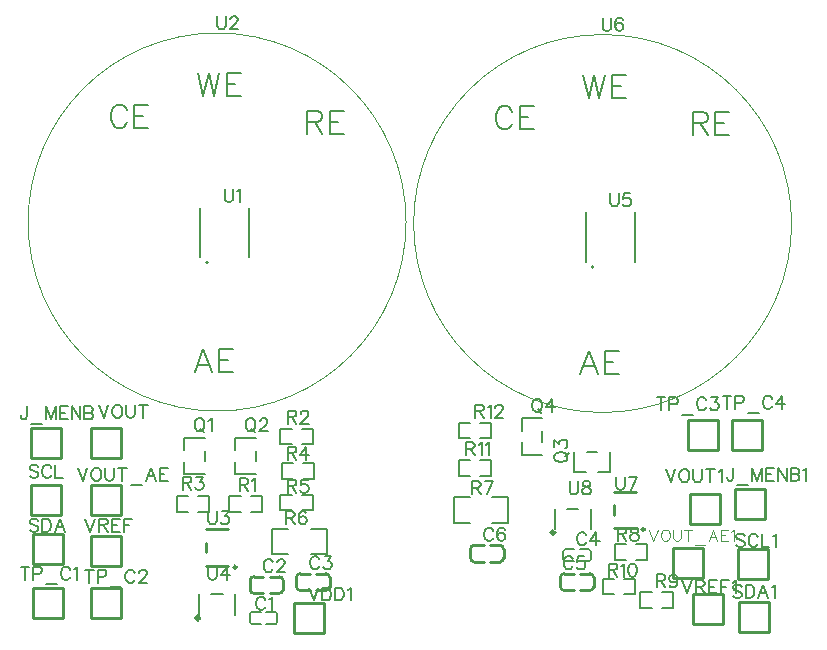
<source format=gto>
G04 Layer: TopSilkscreenLayer*
G04 EasyEDA v6.5.29, 2023-07-14 00:53:27*
G04 c58a546ca1a14cb0a5025686437682f6,398929e9e95146ce9e037ed163e1f376,10*
G04 Gerber Generator version 0.2*
G04 Scale: 100 percent, Rotated: No, Reflected: No *
G04 Dimensions in millimeters *
G04 leading zeros omitted , absolute positions ,4 integer and 5 decimal *
%FSLAX45Y45*%
%MOMM*%

%ADD10C,0.1524*%
%ADD11C,0.1000*%
%ADD12C,0.2032*%
%ADD13C,0.2540*%
%ADD14C,0.2000*%
%ADD15C,0.3000*%
%ADD16C,0.0177*%

%LPD*%
D10*
X2365253Y-5167505D02*
G01*
X2359919Y-5157091D01*
X2349505Y-5146677D01*
X2339345Y-5141597D01*
X2318517Y-5141597D01*
X2308103Y-5146677D01*
X2297689Y-5157091D01*
X2292355Y-5167505D01*
X2287275Y-5183253D01*
X2287275Y-5209161D01*
X2292355Y-5224655D01*
X2297689Y-5235069D01*
X2308103Y-5245483D01*
X2318517Y-5250563D01*
X2339345Y-5250563D01*
X2349505Y-5245483D01*
X2359919Y-5235069D01*
X2365253Y-5224655D01*
X2399543Y-5162425D02*
G01*
X2409957Y-5157091D01*
X2425451Y-5141597D01*
X2425451Y-5250563D01*
X5083053Y-4621405D02*
G01*
X5077719Y-4610991D01*
X5067305Y-4600577D01*
X5057145Y-4595497D01*
X5036317Y-4595497D01*
X5025903Y-4600577D01*
X5015489Y-4610991D01*
X5010155Y-4621405D01*
X5005075Y-4637153D01*
X5005075Y-4663061D01*
X5010155Y-4678555D01*
X5015489Y-4688969D01*
X5025903Y-4699383D01*
X5036317Y-4704463D01*
X5057145Y-4704463D01*
X5067305Y-4699383D01*
X5077719Y-4688969D01*
X5083053Y-4678555D01*
X5169159Y-4595497D02*
G01*
X5117343Y-4668141D01*
X5195321Y-4668141D01*
X5169159Y-4595497D02*
G01*
X5169159Y-4704463D01*
X2428753Y-4850005D02*
G01*
X2423419Y-4839591D01*
X2413005Y-4829177D01*
X2402845Y-4824097D01*
X2382017Y-4824097D01*
X2371603Y-4829177D01*
X2361189Y-4839591D01*
X2355855Y-4850005D01*
X2350775Y-4865753D01*
X2350775Y-4891661D01*
X2355855Y-4907155D01*
X2361189Y-4917569D01*
X2371603Y-4927983D01*
X2382017Y-4933063D01*
X2402845Y-4933063D01*
X2413005Y-4927983D01*
X2423419Y-4917569D01*
X2428753Y-4907155D01*
X2468123Y-4850005D02*
G01*
X2468123Y-4844925D01*
X2473457Y-4834511D01*
X2478537Y-4829177D01*
X2488951Y-4824097D01*
X2509779Y-4824097D01*
X2520193Y-4829177D01*
X2525273Y-4834511D01*
X2530607Y-4844925D01*
X2530607Y-4855339D01*
X2525273Y-4865753D01*
X2514859Y-4881247D01*
X2463043Y-4933063D01*
X2535687Y-4933063D01*
X2822453Y-4824605D02*
G01*
X2817119Y-4814191D01*
X2806705Y-4803777D01*
X2796545Y-4798697D01*
X2775717Y-4798697D01*
X2765303Y-4803777D01*
X2754889Y-4814191D01*
X2749555Y-4824605D01*
X2744475Y-4840353D01*
X2744475Y-4866261D01*
X2749555Y-4881755D01*
X2754889Y-4892169D01*
X2765303Y-4902583D01*
X2775717Y-4907663D01*
X2796545Y-4907663D01*
X2806705Y-4902583D01*
X2817119Y-4892169D01*
X2822453Y-4881755D01*
X2867157Y-4798697D02*
G01*
X2924307Y-4798697D01*
X2893065Y-4840353D01*
X2908559Y-4840353D01*
X2918973Y-4845433D01*
X2924307Y-4850513D01*
X2929387Y-4866261D01*
X2929387Y-4876675D01*
X2924307Y-4892169D01*
X2913893Y-4902583D01*
X2898145Y-4907663D01*
X2882651Y-4907663D01*
X2867157Y-4902583D01*
X2861823Y-4897503D01*
X2856743Y-4887089D01*
X4968753Y-4824605D02*
G01*
X4963419Y-4814191D01*
X4953005Y-4803777D01*
X4942845Y-4798697D01*
X4922017Y-4798697D01*
X4911603Y-4803777D01*
X4901189Y-4814191D01*
X4895855Y-4824605D01*
X4890775Y-4840353D01*
X4890775Y-4866261D01*
X4895855Y-4881755D01*
X4901189Y-4892169D01*
X4911603Y-4902583D01*
X4922017Y-4907663D01*
X4942845Y-4907663D01*
X4953005Y-4902583D01*
X4963419Y-4892169D01*
X4968753Y-4881755D01*
X5065273Y-4798697D02*
G01*
X5013457Y-4798697D01*
X5008123Y-4845433D01*
X5013457Y-4840353D01*
X5028951Y-4835019D01*
X5044445Y-4835019D01*
X5060193Y-4840353D01*
X5070607Y-4850513D01*
X5075687Y-4866261D01*
X5075687Y-4876675D01*
X5070607Y-4892169D01*
X5060193Y-4902583D01*
X5044445Y-4907663D01*
X5028951Y-4907663D01*
X5013457Y-4902583D01*
X5008123Y-4897503D01*
X5003043Y-4887089D01*
X4295653Y-4583305D02*
G01*
X4290319Y-4572891D01*
X4279905Y-4562477D01*
X4269745Y-4557397D01*
X4248917Y-4557397D01*
X4238503Y-4562477D01*
X4228089Y-4572891D01*
X4222755Y-4583305D01*
X4217675Y-4599053D01*
X4217675Y-4624961D01*
X4222755Y-4640455D01*
X4228089Y-4650869D01*
X4238503Y-4661283D01*
X4248917Y-4666363D01*
X4269745Y-4666363D01*
X4279905Y-4661283D01*
X4290319Y-4650869D01*
X4295653Y-4640455D01*
X4392173Y-4572891D02*
G01*
X4387093Y-4562477D01*
X4371345Y-4557397D01*
X4361185Y-4557397D01*
X4345437Y-4562477D01*
X4335023Y-4578225D01*
X4329943Y-4604133D01*
X4329943Y-4630041D01*
X4335023Y-4650869D01*
X4345437Y-4661283D01*
X4361185Y-4666363D01*
X4366265Y-4666363D01*
X4381759Y-4661283D01*
X4392173Y-4650869D01*
X4397507Y-4635375D01*
X4397507Y-4630041D01*
X4392173Y-4614547D01*
X4381759Y-4604133D01*
X4366265Y-4599053D01*
X4361185Y-4599053D01*
X4345437Y-4604133D01*
X4335023Y-4614547D01*
X4329943Y-4630041D01*
X345445Y-3528697D02*
G01*
X345445Y-3611755D01*
X340111Y-3627503D01*
X335031Y-3632583D01*
X324617Y-3637663D01*
X314203Y-3637663D01*
X303789Y-3632583D01*
X298455Y-3627503D01*
X293375Y-3611755D01*
X293375Y-3601341D01*
X379735Y-3674239D02*
G01*
X473207Y-3674239D01*
X507497Y-3528697D02*
G01*
X507497Y-3637663D01*
X507497Y-3528697D02*
G01*
X548899Y-3637663D01*
X590555Y-3528697D02*
G01*
X548899Y-3637663D01*
X590555Y-3528697D02*
G01*
X590555Y-3637663D01*
X624845Y-3528697D02*
G01*
X624845Y-3637663D01*
X624845Y-3528697D02*
G01*
X692409Y-3528697D01*
X624845Y-3580513D02*
G01*
X666501Y-3580513D01*
X624845Y-3637663D02*
G01*
X692409Y-3637663D01*
X726699Y-3528697D02*
G01*
X726699Y-3637663D01*
X726699Y-3528697D02*
G01*
X799343Y-3637663D01*
X799343Y-3528697D02*
G01*
X799343Y-3637663D01*
X833633Y-3528697D02*
G01*
X833633Y-3637663D01*
X833633Y-3528697D02*
G01*
X880369Y-3528697D01*
X896117Y-3533777D01*
X901197Y-3539111D01*
X906531Y-3549525D01*
X906531Y-3559939D01*
X901197Y-3570353D01*
X896117Y-3575433D01*
X880369Y-3580513D01*
X833633Y-3580513D02*
G01*
X880369Y-3580513D01*
X896117Y-3585847D01*
X901197Y-3590927D01*
X906531Y-3601341D01*
X906531Y-3617089D01*
X901197Y-3627503D01*
X896117Y-3632583D01*
X880369Y-3637663D01*
X833633Y-3637663D01*
X6325875Y-4050286D02*
G01*
X6325875Y-4133344D01*
X6320541Y-4149092D01*
X6315461Y-4154172D01*
X6305047Y-4159252D01*
X6294633Y-4159252D01*
X6284219Y-4154172D01*
X6278885Y-4149092D01*
X6273805Y-4133344D01*
X6273805Y-4122930D01*
X6360165Y-4195828D02*
G01*
X6453637Y-4195828D01*
X6487927Y-4050286D02*
G01*
X6487927Y-4159252D01*
X6487927Y-4050286D02*
G01*
X6529329Y-4159252D01*
X6570985Y-4050286D02*
G01*
X6529329Y-4159252D01*
X6570985Y-4050286D02*
G01*
X6570985Y-4159252D01*
X6605275Y-4050286D02*
G01*
X6605275Y-4159252D01*
X6605275Y-4050286D02*
G01*
X6672839Y-4050286D01*
X6605275Y-4102102D02*
G01*
X6646931Y-4102102D01*
X6605275Y-4159252D02*
G01*
X6672839Y-4159252D01*
X6707129Y-4050286D02*
G01*
X6707129Y-4159252D01*
X6707129Y-4050286D02*
G01*
X6779773Y-4159252D01*
X6779773Y-4050286D02*
G01*
X6779773Y-4159252D01*
X6814063Y-4050286D02*
G01*
X6814063Y-4159252D01*
X6814063Y-4050286D02*
G01*
X6860799Y-4050286D01*
X6876547Y-4055366D01*
X6881627Y-4060700D01*
X6886961Y-4071114D01*
X6886961Y-4081528D01*
X6881627Y-4091942D01*
X6876547Y-4097022D01*
X6860799Y-4102102D01*
X6814063Y-4102102D02*
G01*
X6860799Y-4102102D01*
X6876547Y-4107436D01*
X6881627Y-4112516D01*
X6886961Y-4122930D01*
X6886961Y-4138678D01*
X6881627Y-4149092D01*
X6876547Y-4154172D01*
X6860799Y-4159252D01*
X6814063Y-4159252D01*
X6921251Y-4071114D02*
G01*
X6931665Y-4065780D01*
X6947159Y-4050286D01*
X6947159Y-4159252D01*
X442219Y-4039491D02*
G01*
X431805Y-4029077D01*
X416311Y-4023997D01*
X395483Y-4023997D01*
X379989Y-4029077D01*
X369575Y-4039491D01*
X369575Y-4049905D01*
X374655Y-4060319D01*
X379989Y-4065653D01*
X390403Y-4070733D01*
X421645Y-4081147D01*
X431805Y-4086227D01*
X437139Y-4091561D01*
X442219Y-4101975D01*
X442219Y-4117469D01*
X431805Y-4127883D01*
X416311Y-4132963D01*
X395483Y-4132963D01*
X379989Y-4127883D01*
X369575Y-4117469D01*
X554487Y-4049905D02*
G01*
X549407Y-4039491D01*
X538993Y-4029077D01*
X528579Y-4023997D01*
X507751Y-4023997D01*
X497337Y-4029077D01*
X486923Y-4039491D01*
X481843Y-4049905D01*
X476509Y-4065653D01*
X476509Y-4091561D01*
X481843Y-4107055D01*
X486923Y-4117469D01*
X497337Y-4127883D01*
X507751Y-4132963D01*
X528579Y-4132963D01*
X538993Y-4127883D01*
X549407Y-4117469D01*
X554487Y-4107055D01*
X588777Y-4023997D02*
G01*
X588777Y-4132963D01*
X588777Y-4132963D02*
G01*
X651261Y-4132963D01*
X6423919Y-4623691D02*
G01*
X6413505Y-4613277D01*
X6398011Y-4608197D01*
X6377183Y-4608197D01*
X6361689Y-4613277D01*
X6351275Y-4623691D01*
X6351275Y-4634105D01*
X6356355Y-4644519D01*
X6361689Y-4649853D01*
X6372103Y-4654933D01*
X6403345Y-4665347D01*
X6413505Y-4670427D01*
X6418839Y-4675761D01*
X6423919Y-4686175D01*
X6423919Y-4701669D01*
X6413505Y-4712083D01*
X6398011Y-4717163D01*
X6377183Y-4717163D01*
X6361689Y-4712083D01*
X6351275Y-4701669D01*
X6536187Y-4634105D02*
G01*
X6531107Y-4623691D01*
X6520693Y-4613277D01*
X6510279Y-4608197D01*
X6489451Y-4608197D01*
X6479037Y-4613277D01*
X6468623Y-4623691D01*
X6463543Y-4634105D01*
X6458209Y-4649853D01*
X6458209Y-4675761D01*
X6463543Y-4691255D01*
X6468623Y-4701669D01*
X6479037Y-4712083D01*
X6489451Y-4717163D01*
X6510279Y-4717163D01*
X6520693Y-4712083D01*
X6531107Y-4701669D01*
X6536187Y-4691255D01*
X6570477Y-4608197D02*
G01*
X6570477Y-4717163D01*
X6570477Y-4717163D02*
G01*
X6632961Y-4717163D01*
X6667251Y-4629025D02*
G01*
X6677665Y-4623691D01*
X6693159Y-4608197D01*
X6693159Y-4717163D01*
X442219Y-4496691D02*
G01*
X431805Y-4486277D01*
X416311Y-4481197D01*
X395483Y-4481197D01*
X379989Y-4486277D01*
X369575Y-4496691D01*
X369575Y-4507105D01*
X374655Y-4517519D01*
X379989Y-4522853D01*
X390403Y-4527933D01*
X421645Y-4538347D01*
X431805Y-4543427D01*
X437139Y-4548761D01*
X442219Y-4559175D01*
X442219Y-4574669D01*
X431805Y-4585083D01*
X416311Y-4590163D01*
X395483Y-4590163D01*
X379989Y-4585083D01*
X369575Y-4574669D01*
X476509Y-4481197D02*
G01*
X476509Y-4590163D01*
X476509Y-4481197D02*
G01*
X513085Y-4481197D01*
X528579Y-4486277D01*
X538993Y-4496691D01*
X544073Y-4507105D01*
X549407Y-4522853D01*
X549407Y-4548761D01*
X544073Y-4564255D01*
X538993Y-4574669D01*
X528579Y-4585083D01*
X513085Y-4590163D01*
X476509Y-4590163D01*
X625099Y-4481197D02*
G01*
X583697Y-4590163D01*
X625099Y-4481197D02*
G01*
X666755Y-4590163D01*
X599191Y-4553841D02*
G01*
X651261Y-4553841D01*
X6398519Y-5055491D02*
G01*
X6388105Y-5045077D01*
X6372611Y-5039997D01*
X6351783Y-5039997D01*
X6336289Y-5045077D01*
X6325875Y-5055491D01*
X6325875Y-5065905D01*
X6330955Y-5076319D01*
X6336289Y-5081653D01*
X6346703Y-5086733D01*
X6377945Y-5097147D01*
X6388105Y-5102227D01*
X6393439Y-5107561D01*
X6398519Y-5117975D01*
X6398519Y-5133469D01*
X6388105Y-5143883D01*
X6372611Y-5148963D01*
X6351783Y-5148963D01*
X6336289Y-5143883D01*
X6325875Y-5133469D01*
X6432809Y-5039997D02*
G01*
X6432809Y-5148963D01*
X6432809Y-5039997D02*
G01*
X6469385Y-5039997D01*
X6484879Y-5045077D01*
X6495293Y-5055491D01*
X6500373Y-5065905D01*
X6505707Y-5081653D01*
X6505707Y-5107561D01*
X6500373Y-5123055D01*
X6495293Y-5133469D01*
X6484879Y-5143883D01*
X6469385Y-5148963D01*
X6432809Y-5148963D01*
X6581399Y-5039997D02*
G01*
X6539997Y-5148963D01*
X6581399Y-5039997D02*
G01*
X6623055Y-5148963D01*
X6555491Y-5112641D02*
G01*
X6607561Y-5112641D01*
X6657345Y-5060825D02*
G01*
X6667759Y-5055491D01*
X6683253Y-5039997D01*
X6683253Y-5148963D01*
X329697Y-4887597D02*
G01*
X329697Y-4996563D01*
X293375Y-4887597D02*
G01*
X366019Y-4887597D01*
X400309Y-4887597D02*
G01*
X400309Y-4996563D01*
X400309Y-4887597D02*
G01*
X447045Y-4887597D01*
X462793Y-4892677D01*
X467873Y-4898011D01*
X473207Y-4908425D01*
X473207Y-4923919D01*
X467873Y-4934333D01*
X462793Y-4939413D01*
X447045Y-4944747D01*
X400309Y-4944747D01*
X507497Y-5033139D02*
G01*
X600969Y-5033139D01*
X713237Y-4913505D02*
G01*
X707903Y-4903091D01*
X697489Y-4892677D01*
X687075Y-4887597D01*
X666501Y-4887597D01*
X656087Y-4892677D01*
X645673Y-4903091D01*
X640339Y-4913505D01*
X635259Y-4929253D01*
X635259Y-4955161D01*
X640339Y-4970655D01*
X645673Y-4981069D01*
X656087Y-4991483D01*
X666501Y-4996563D01*
X687075Y-4996563D01*
X697489Y-4991483D01*
X707903Y-4981069D01*
X713237Y-4970655D01*
X747527Y-4908425D02*
G01*
X757941Y-4903091D01*
X773435Y-4887597D01*
X773435Y-4996563D01*
X875797Y-4912997D02*
G01*
X875797Y-5021963D01*
X839475Y-4912997D02*
G01*
X912119Y-4912997D01*
X946409Y-4912997D02*
G01*
X946409Y-5021963D01*
X946409Y-4912997D02*
G01*
X993145Y-4912997D01*
X1008893Y-4918077D01*
X1013973Y-4923411D01*
X1019307Y-4933825D01*
X1019307Y-4949319D01*
X1013973Y-4959733D01*
X1008893Y-4964813D01*
X993145Y-4970147D01*
X946409Y-4970147D01*
X1053597Y-5058539D02*
G01*
X1147069Y-5058539D01*
X1259337Y-4938905D02*
G01*
X1254003Y-4928491D01*
X1243589Y-4918077D01*
X1233175Y-4912997D01*
X1212601Y-4912997D01*
X1202187Y-4918077D01*
X1191773Y-4928491D01*
X1186439Y-4938905D01*
X1181359Y-4954653D01*
X1181359Y-4980561D01*
X1186439Y-4996055D01*
X1191773Y-5006469D01*
X1202187Y-5016883D01*
X1212601Y-5021963D01*
X1233175Y-5021963D01*
X1243589Y-5016883D01*
X1254003Y-5006469D01*
X1259337Y-4996055D01*
X1298707Y-4938905D02*
G01*
X1298707Y-4933825D01*
X1304041Y-4923411D01*
X1309121Y-4918077D01*
X1319535Y-4912997D01*
X1340363Y-4912997D01*
X1350777Y-4918077D01*
X1355857Y-4923411D01*
X1361191Y-4933825D01*
X1361191Y-4944239D01*
X1355857Y-4954653D01*
X1345443Y-4970147D01*
X1293627Y-5021963D01*
X1366271Y-5021963D01*
X5714497Y-3452497D02*
G01*
X5714497Y-3561463D01*
X5678175Y-3452497D02*
G01*
X5750819Y-3452497D01*
X5785109Y-3452497D02*
G01*
X5785109Y-3561463D01*
X5785109Y-3452497D02*
G01*
X5831845Y-3452497D01*
X5847593Y-3457577D01*
X5852673Y-3462911D01*
X5858007Y-3473325D01*
X5858007Y-3488819D01*
X5852673Y-3499233D01*
X5847593Y-3504313D01*
X5831845Y-3509647D01*
X5785109Y-3509647D01*
X5892297Y-3598039D02*
G01*
X5985769Y-3598039D01*
X6098037Y-3478405D02*
G01*
X6092703Y-3467991D01*
X6082289Y-3457577D01*
X6071875Y-3452497D01*
X6051301Y-3452497D01*
X6040887Y-3457577D01*
X6030473Y-3467991D01*
X6025139Y-3478405D01*
X6020059Y-3494153D01*
X6020059Y-3520061D01*
X6025139Y-3535555D01*
X6030473Y-3545969D01*
X6040887Y-3556383D01*
X6051301Y-3561463D01*
X6071875Y-3561463D01*
X6082289Y-3556383D01*
X6092703Y-3545969D01*
X6098037Y-3535555D01*
X6142741Y-3452497D02*
G01*
X6199891Y-3452497D01*
X6168649Y-3494153D01*
X6184143Y-3494153D01*
X6194557Y-3499233D01*
X6199891Y-3504313D01*
X6204971Y-3520061D01*
X6204971Y-3530475D01*
X6199891Y-3545969D01*
X6189477Y-3556383D01*
X6173729Y-3561463D01*
X6158235Y-3561463D01*
X6142741Y-3556383D01*
X6137407Y-3551303D01*
X6132327Y-3540889D01*
X6273297Y-3439797D02*
G01*
X6273297Y-3548763D01*
X6236975Y-3439797D02*
G01*
X6309619Y-3439797D01*
X6343909Y-3439797D02*
G01*
X6343909Y-3548763D01*
X6343909Y-3439797D02*
G01*
X6390645Y-3439797D01*
X6406393Y-3444877D01*
X6411473Y-3450211D01*
X6416807Y-3460625D01*
X6416807Y-3476119D01*
X6411473Y-3486533D01*
X6406393Y-3491613D01*
X6390645Y-3496947D01*
X6343909Y-3496947D01*
X6451097Y-3585339D02*
G01*
X6544569Y-3585339D01*
X6656837Y-3465705D02*
G01*
X6651503Y-3455291D01*
X6641089Y-3444877D01*
X6630675Y-3439797D01*
X6610101Y-3439797D01*
X6599687Y-3444877D01*
X6589273Y-3455291D01*
X6583939Y-3465705D01*
X6578859Y-3481453D01*
X6578859Y-3507361D01*
X6583939Y-3522855D01*
X6589273Y-3533269D01*
X6599687Y-3543683D01*
X6610101Y-3548763D01*
X6630675Y-3548763D01*
X6641089Y-3543683D01*
X6651503Y-3533269D01*
X6656837Y-3522855D01*
X6742943Y-3439797D02*
G01*
X6691127Y-3512441D01*
X6769105Y-3512441D01*
X6742943Y-3439797D02*
G01*
X6742943Y-3548763D01*
X2731775Y-5062857D02*
G01*
X2773431Y-5171823D01*
X2814833Y-5062857D02*
G01*
X2773431Y-5171823D01*
X2849123Y-5062857D02*
G01*
X2849123Y-5171823D01*
X2849123Y-5062857D02*
G01*
X2885445Y-5062857D01*
X2901193Y-5067937D01*
X2911607Y-5078351D01*
X2916687Y-5088765D01*
X2922021Y-5104513D01*
X2922021Y-5130421D01*
X2916687Y-5145915D01*
X2911607Y-5156329D01*
X2901193Y-5166743D01*
X2885445Y-5171823D01*
X2849123Y-5171823D01*
X2956311Y-5062857D02*
G01*
X2956311Y-5171823D01*
X2956311Y-5062857D02*
G01*
X2992633Y-5062857D01*
X3008127Y-5067937D01*
X3018541Y-5078351D01*
X3023875Y-5088765D01*
X3028955Y-5104513D01*
X3028955Y-5130421D01*
X3023875Y-5145915D01*
X3018541Y-5156329D01*
X3008127Y-5166743D01*
X2992633Y-5171823D01*
X2956311Y-5171823D01*
X3063245Y-5083685D02*
G01*
X3073659Y-5078351D01*
X3089153Y-5062857D01*
X3089153Y-5171823D01*
X953775Y-3515997D02*
G01*
X995431Y-3624963D01*
X1036833Y-3515997D02*
G01*
X995431Y-3624963D01*
X1102365Y-3515997D02*
G01*
X1091951Y-3521077D01*
X1081537Y-3531491D01*
X1076457Y-3541905D01*
X1071123Y-3557653D01*
X1071123Y-3583561D01*
X1076457Y-3599055D01*
X1081537Y-3609469D01*
X1091951Y-3619883D01*
X1102365Y-3624963D01*
X1123193Y-3624963D01*
X1133607Y-3619883D01*
X1144021Y-3609469D01*
X1149101Y-3599055D01*
X1154435Y-3583561D01*
X1154435Y-3557653D01*
X1149101Y-3541905D01*
X1144021Y-3531491D01*
X1133607Y-3521077D01*
X1123193Y-3515997D01*
X1102365Y-3515997D01*
X1188725Y-3515997D02*
G01*
X1188725Y-3593975D01*
X1193805Y-3609469D01*
X1204219Y-3619883D01*
X1219713Y-3624963D01*
X1230127Y-3624963D01*
X1245875Y-3619883D01*
X1256035Y-3609469D01*
X1261369Y-3593975D01*
X1261369Y-3515997D01*
X1331981Y-3515997D02*
G01*
X1331981Y-3624963D01*
X1295659Y-3515997D02*
G01*
X1368303Y-3515997D01*
X5754375Y-4062097D02*
G01*
X5796031Y-4171063D01*
X5837433Y-4062097D02*
G01*
X5796031Y-4171063D01*
X5902965Y-4062097D02*
G01*
X5892551Y-4067177D01*
X5882137Y-4077591D01*
X5877057Y-4088005D01*
X5871723Y-4103753D01*
X5871723Y-4129661D01*
X5877057Y-4145155D01*
X5882137Y-4155569D01*
X5892551Y-4165983D01*
X5902965Y-4171063D01*
X5923793Y-4171063D01*
X5934207Y-4165983D01*
X5944621Y-4155569D01*
X5949701Y-4145155D01*
X5955035Y-4129661D01*
X5955035Y-4103753D01*
X5949701Y-4088005D01*
X5944621Y-4077591D01*
X5934207Y-4067177D01*
X5923793Y-4062097D01*
X5902965Y-4062097D01*
X5989325Y-4062097D02*
G01*
X5989325Y-4140075D01*
X5994405Y-4155569D01*
X6004819Y-4165983D01*
X6020313Y-4171063D01*
X6030727Y-4171063D01*
X6046475Y-4165983D01*
X6056635Y-4155569D01*
X6061969Y-4140075D01*
X6061969Y-4062097D01*
X6132581Y-4062097D02*
G01*
X6132581Y-4171063D01*
X6096259Y-4062097D02*
G01*
X6168903Y-4062097D01*
X6203193Y-4082925D02*
G01*
X6213607Y-4077591D01*
X6229355Y-4062097D01*
X6229355Y-4171063D01*
X775975Y-4049397D02*
G01*
X817631Y-4158363D01*
X859033Y-4049397D02*
G01*
X817631Y-4158363D01*
X924565Y-4049397D02*
G01*
X914151Y-4054477D01*
X903737Y-4064891D01*
X898657Y-4075305D01*
X893323Y-4091053D01*
X893323Y-4116961D01*
X898657Y-4132455D01*
X903737Y-4142869D01*
X914151Y-4153283D01*
X924565Y-4158363D01*
X945393Y-4158363D01*
X955807Y-4153283D01*
X966221Y-4142869D01*
X971301Y-4132455D01*
X976635Y-4116961D01*
X976635Y-4091053D01*
X971301Y-4075305D01*
X966221Y-4064891D01*
X955807Y-4054477D01*
X945393Y-4049397D01*
X924565Y-4049397D01*
X1010925Y-4049397D02*
G01*
X1010925Y-4127375D01*
X1016005Y-4142869D01*
X1026419Y-4153283D01*
X1041913Y-4158363D01*
X1052327Y-4158363D01*
X1068075Y-4153283D01*
X1078235Y-4142869D01*
X1083569Y-4127375D01*
X1083569Y-4049397D01*
X1154181Y-4049397D02*
G01*
X1154181Y-4158363D01*
X1117859Y-4049397D02*
G01*
X1190503Y-4049397D01*
X1224793Y-4194939D02*
G01*
X1318265Y-4194939D01*
X1394211Y-4049397D02*
G01*
X1352555Y-4158363D01*
X1394211Y-4049397D02*
G01*
X1435867Y-4158363D01*
X1368303Y-4122041D02*
G01*
X1420119Y-4122041D01*
X1470157Y-4049397D02*
G01*
X1470157Y-4158363D01*
X1470157Y-4049397D02*
G01*
X1537721Y-4049397D01*
X1470157Y-4101213D02*
G01*
X1511559Y-4101213D01*
X1470157Y-4158363D02*
G01*
X1537721Y-4158363D01*
D11*
X5613405Y-4572764D02*
G01*
X5649727Y-4668268D01*
X5686049Y-4572764D02*
G01*
X5649727Y-4668268D01*
X5743453Y-4572764D02*
G01*
X5734309Y-4577336D01*
X5725165Y-4586226D01*
X5720593Y-4595370D01*
X5716021Y-4609086D01*
X5716021Y-4631692D01*
X5720593Y-4645408D01*
X5725165Y-4654552D01*
X5734309Y-4663696D01*
X5743453Y-4668268D01*
X5761487Y-4668268D01*
X5770631Y-4663696D01*
X5779775Y-4654552D01*
X5784347Y-4645408D01*
X5788919Y-4631692D01*
X5788919Y-4609086D01*
X5784347Y-4595370D01*
X5779775Y-4586226D01*
X5770631Y-4577336D01*
X5761487Y-4572764D01*
X5743453Y-4572764D01*
X5818891Y-4572764D02*
G01*
X5818891Y-4640836D01*
X5823463Y-4654552D01*
X5832607Y-4663696D01*
X5846069Y-4668268D01*
X5855213Y-4668268D01*
X5868929Y-4663696D01*
X5878073Y-4654552D01*
X5882391Y-4640836D01*
X5882391Y-4572764D01*
X5944367Y-4572764D02*
G01*
X5944367Y-4668268D01*
X5912617Y-4572764D02*
G01*
X5976117Y-4572764D01*
X6006089Y-4700018D02*
G01*
X6087877Y-4700018D01*
X6154425Y-4572764D02*
G01*
X6117849Y-4668268D01*
X6154425Y-4572764D02*
G01*
X6190747Y-4668268D01*
X6131565Y-4636264D02*
G01*
X6177031Y-4636264D01*
X6220719Y-4572764D02*
G01*
X6220719Y-4668268D01*
X6220719Y-4572764D02*
G01*
X6279647Y-4572764D01*
X6220719Y-4618230D02*
G01*
X6257041Y-4618230D01*
X6220719Y-4668268D02*
G01*
X6279647Y-4668268D01*
X6309873Y-4590798D02*
G01*
X6318763Y-4586226D01*
X6332479Y-4572764D01*
X6332479Y-4668268D01*
D10*
X839475Y-4481197D02*
G01*
X881131Y-4590163D01*
X922533Y-4481197D02*
G01*
X881131Y-4590163D01*
X956823Y-4481197D02*
G01*
X956823Y-4590163D01*
X956823Y-4481197D02*
G01*
X1003559Y-4481197D01*
X1019307Y-4486277D01*
X1024387Y-4491611D01*
X1029721Y-4502025D01*
X1029721Y-4512439D01*
X1024387Y-4522853D01*
X1019307Y-4527933D01*
X1003559Y-4533013D01*
X956823Y-4533013D01*
X993145Y-4533013D02*
G01*
X1029721Y-4590163D01*
X1064011Y-4481197D02*
G01*
X1064011Y-4590163D01*
X1064011Y-4481197D02*
G01*
X1131575Y-4481197D01*
X1064011Y-4533013D02*
G01*
X1105413Y-4533013D01*
X1064011Y-4590163D02*
G01*
X1131575Y-4590163D01*
X1165865Y-4481197D02*
G01*
X1165865Y-4590163D01*
X1165865Y-4481197D02*
G01*
X1233175Y-4481197D01*
X1165865Y-4533013D02*
G01*
X1207267Y-4533013D01*
X5894075Y-5001897D02*
G01*
X5935731Y-5110863D01*
X5977133Y-5001897D02*
G01*
X5935731Y-5110863D01*
X6011423Y-5001897D02*
G01*
X6011423Y-5110863D01*
X6011423Y-5001897D02*
G01*
X6058159Y-5001897D01*
X6073907Y-5006977D01*
X6078987Y-5012311D01*
X6084321Y-5022725D01*
X6084321Y-5033139D01*
X6078987Y-5043553D01*
X6073907Y-5048633D01*
X6058159Y-5053713D01*
X6011423Y-5053713D01*
X6047745Y-5053713D02*
G01*
X6084321Y-5110863D01*
X6118611Y-5001897D02*
G01*
X6118611Y-5110863D01*
X6118611Y-5001897D02*
G01*
X6186175Y-5001897D01*
X6118611Y-5053713D02*
G01*
X6160013Y-5053713D01*
X6118611Y-5110863D02*
G01*
X6186175Y-5110863D01*
X6220465Y-5001897D02*
G01*
X6220465Y-5110863D01*
X6220465Y-5001897D02*
G01*
X6287775Y-5001897D01*
X6220465Y-5053713D02*
G01*
X6261867Y-5053713D01*
X6322065Y-5022725D02*
G01*
X6332479Y-5017391D01*
X6348227Y-5001897D01*
X6348227Y-5110863D01*
X1797817Y-3630297D02*
G01*
X1787403Y-3635377D01*
X1776989Y-3645791D01*
X1771655Y-3656205D01*
X1766575Y-3671953D01*
X1766575Y-3697861D01*
X1771655Y-3713355D01*
X1776989Y-3723769D01*
X1787403Y-3734183D01*
X1797817Y-3739263D01*
X1818645Y-3739263D01*
X1828805Y-3734183D01*
X1839219Y-3723769D01*
X1844553Y-3713355D01*
X1849633Y-3697861D01*
X1849633Y-3671953D01*
X1844553Y-3656205D01*
X1839219Y-3645791D01*
X1828805Y-3635377D01*
X1818645Y-3630297D01*
X1797817Y-3630297D01*
X1813311Y-3718689D02*
G01*
X1844553Y-3749677D01*
X1883923Y-3651125D02*
G01*
X1894337Y-3645791D01*
X1910085Y-3630297D01*
X1910085Y-3739263D01*
X2229617Y-3630297D02*
G01*
X2219203Y-3635377D01*
X2208789Y-3645791D01*
X2203455Y-3656205D01*
X2198375Y-3671953D01*
X2198375Y-3697861D01*
X2203455Y-3713355D01*
X2208789Y-3723769D01*
X2219203Y-3734183D01*
X2229617Y-3739263D01*
X2250445Y-3739263D01*
X2260605Y-3734183D01*
X2271019Y-3723769D01*
X2276353Y-3713355D01*
X2281433Y-3697861D01*
X2281433Y-3671953D01*
X2276353Y-3656205D01*
X2271019Y-3645791D01*
X2260605Y-3635377D01*
X2250445Y-3630297D01*
X2229617Y-3630297D01*
X2245111Y-3718689D02*
G01*
X2276353Y-3749677D01*
X2321057Y-3656205D02*
G01*
X2321057Y-3651125D01*
X2326137Y-3640711D01*
X2331471Y-3635377D01*
X2341885Y-3630297D01*
X2362459Y-3630297D01*
X2372873Y-3635377D01*
X2378207Y-3640711D01*
X2383287Y-3651125D01*
X2383287Y-3661539D01*
X2378207Y-3671953D01*
X2367793Y-3687447D01*
X2315723Y-3739263D01*
X2388621Y-3739263D01*
X4813559Y-3968371D02*
G01*
X4818639Y-3978785D01*
X4829053Y-3989199D01*
X4839467Y-3994533D01*
X4855215Y-3999613D01*
X4881123Y-3999613D01*
X4896617Y-3994533D01*
X4907031Y-3989199D01*
X4917445Y-3978785D01*
X4922525Y-3968371D01*
X4922525Y-3947543D01*
X4917445Y-3937383D01*
X4907031Y-3926969D01*
X4896617Y-3921635D01*
X4881123Y-3916555D01*
X4855215Y-3916555D01*
X4839467Y-3921635D01*
X4829053Y-3926969D01*
X4818639Y-3937383D01*
X4813559Y-3947543D01*
X4813559Y-3968371D01*
X4901951Y-3952877D02*
G01*
X4932939Y-3921635D01*
X4813559Y-3871851D02*
G01*
X4813559Y-3814701D01*
X4855215Y-3845943D01*
X4855215Y-3830195D01*
X4860295Y-3819781D01*
X4865375Y-3814701D01*
X4881123Y-3809367D01*
X4891537Y-3809367D01*
X4907031Y-3814701D01*
X4917445Y-3825115D01*
X4922525Y-3840609D01*
X4922525Y-3856103D01*
X4917445Y-3871851D01*
X4912365Y-3876931D01*
X4901951Y-3882265D01*
X4655317Y-3465197D02*
G01*
X4644903Y-3470277D01*
X4634489Y-3480691D01*
X4629155Y-3491105D01*
X4624075Y-3506853D01*
X4624075Y-3532761D01*
X4629155Y-3548255D01*
X4634489Y-3558669D01*
X4644903Y-3569083D01*
X4655317Y-3574163D01*
X4676145Y-3574163D01*
X4686305Y-3569083D01*
X4696719Y-3558669D01*
X4702053Y-3548255D01*
X4707133Y-3532761D01*
X4707133Y-3506853D01*
X4702053Y-3491105D01*
X4696719Y-3480691D01*
X4686305Y-3470277D01*
X4676145Y-3465197D01*
X4655317Y-3465197D01*
X4670811Y-3553589D02*
G01*
X4702053Y-3584577D01*
X4793493Y-3465197D02*
G01*
X4741423Y-3537841D01*
X4819401Y-3537841D01*
X4793493Y-3465197D02*
G01*
X4793493Y-3574163D01*
X2147575Y-4138297D02*
G01*
X2147575Y-4247263D01*
X2147575Y-4138297D02*
G01*
X2194311Y-4138297D01*
X2209805Y-4143377D01*
X2215139Y-4148711D01*
X2220219Y-4159125D01*
X2220219Y-4169539D01*
X2215139Y-4179953D01*
X2209805Y-4185033D01*
X2194311Y-4190113D01*
X2147575Y-4190113D01*
X2183897Y-4190113D02*
G01*
X2220219Y-4247263D01*
X2254509Y-4159125D02*
G01*
X2264923Y-4153791D01*
X2280671Y-4138297D01*
X2280671Y-4247263D01*
X2553975Y-3566797D02*
G01*
X2553975Y-3675763D01*
X2553975Y-3566797D02*
G01*
X2600711Y-3566797D01*
X2616205Y-3571877D01*
X2621539Y-3577211D01*
X2626619Y-3587625D01*
X2626619Y-3598039D01*
X2621539Y-3608453D01*
X2616205Y-3613533D01*
X2600711Y-3618613D01*
X2553975Y-3618613D01*
X2590297Y-3618613D02*
G01*
X2626619Y-3675763D01*
X2666243Y-3592705D02*
G01*
X2666243Y-3587625D01*
X2671323Y-3577211D01*
X2676657Y-3571877D01*
X2687071Y-3566797D01*
X2707645Y-3566797D01*
X2718059Y-3571877D01*
X2723393Y-3577211D01*
X2728473Y-3587625D01*
X2728473Y-3598039D01*
X2723393Y-3608453D01*
X2712979Y-3623947D01*
X2660909Y-3675763D01*
X2733807Y-3675763D01*
X1664975Y-4125597D02*
G01*
X1664975Y-4234563D01*
X1664975Y-4125597D02*
G01*
X1711711Y-4125597D01*
X1727205Y-4130677D01*
X1732539Y-4136011D01*
X1737619Y-4146425D01*
X1737619Y-4156839D01*
X1732539Y-4167253D01*
X1727205Y-4172333D01*
X1711711Y-4177413D01*
X1664975Y-4177413D01*
X1701297Y-4177413D02*
G01*
X1737619Y-4234563D01*
X1782323Y-4125597D02*
G01*
X1839473Y-4125597D01*
X1808485Y-4167253D01*
X1823979Y-4167253D01*
X1834393Y-4172333D01*
X1839473Y-4177413D01*
X1844807Y-4193161D01*
X1844807Y-4203575D01*
X1839473Y-4219069D01*
X1829059Y-4229483D01*
X1813565Y-4234563D01*
X1798071Y-4234563D01*
X1782323Y-4229483D01*
X1777243Y-4224403D01*
X1771909Y-4213989D01*
X2553975Y-3871597D02*
G01*
X2553975Y-3980563D01*
X2553975Y-3871597D02*
G01*
X2600711Y-3871597D01*
X2616205Y-3876677D01*
X2621539Y-3882011D01*
X2626619Y-3892425D01*
X2626619Y-3902839D01*
X2621539Y-3913253D01*
X2616205Y-3918333D01*
X2600711Y-3923413D01*
X2553975Y-3923413D01*
X2590297Y-3923413D02*
G01*
X2626619Y-3980563D01*
X2712979Y-3871597D02*
G01*
X2660909Y-3944241D01*
X2738887Y-3944241D01*
X2712979Y-3871597D02*
G01*
X2712979Y-3980563D01*
X2553975Y-4150997D02*
G01*
X2553975Y-4259963D01*
X2553975Y-4150997D02*
G01*
X2600711Y-4150997D01*
X2616205Y-4156077D01*
X2621539Y-4161411D01*
X2626619Y-4171825D01*
X2626619Y-4182239D01*
X2621539Y-4192653D01*
X2616205Y-4197733D01*
X2600711Y-4202813D01*
X2553975Y-4202813D01*
X2590297Y-4202813D02*
G01*
X2626619Y-4259963D01*
X2723393Y-4150997D02*
G01*
X2671323Y-4150997D01*
X2666243Y-4197733D01*
X2671323Y-4192653D01*
X2687071Y-4187319D01*
X2702565Y-4187319D01*
X2718059Y-4192653D01*
X2728473Y-4202813D01*
X2733807Y-4218561D01*
X2733807Y-4228975D01*
X2728473Y-4244469D01*
X2718059Y-4254883D01*
X2702565Y-4259963D01*
X2687071Y-4259963D01*
X2671323Y-4254883D01*
X2666243Y-4249803D01*
X2660909Y-4239389D01*
X5347975Y-4557397D02*
G01*
X5347975Y-4666363D01*
X5347975Y-4557397D02*
G01*
X5394711Y-4557397D01*
X5410205Y-4562477D01*
X5415539Y-4567811D01*
X5420619Y-4578225D01*
X5420619Y-4588639D01*
X5415539Y-4599053D01*
X5410205Y-4604133D01*
X5394711Y-4609213D01*
X5347975Y-4609213D01*
X5384297Y-4609213D02*
G01*
X5420619Y-4666363D01*
X5481071Y-4557397D02*
G01*
X5465323Y-4562477D01*
X5460243Y-4572891D01*
X5460243Y-4583305D01*
X5465323Y-4593719D01*
X5475737Y-4599053D01*
X5496565Y-4604133D01*
X5512059Y-4609213D01*
X5522473Y-4619627D01*
X5527807Y-4630041D01*
X5527807Y-4645789D01*
X5522473Y-4656203D01*
X5517393Y-4661283D01*
X5501645Y-4666363D01*
X5481071Y-4666363D01*
X5465323Y-4661283D01*
X5460243Y-4656203D01*
X5454909Y-4645789D01*
X5454909Y-4630041D01*
X5460243Y-4619627D01*
X5470657Y-4609213D01*
X5486151Y-4604133D01*
X5506979Y-4599053D01*
X5517393Y-4593719D01*
X5522473Y-4583305D01*
X5522473Y-4572891D01*
X5517393Y-4562477D01*
X5501645Y-4557397D01*
X5481071Y-4557397D01*
X5678175Y-4951097D02*
G01*
X5678175Y-5060063D01*
X5678175Y-4951097D02*
G01*
X5724911Y-4951097D01*
X5740405Y-4956177D01*
X5745739Y-4961511D01*
X5750819Y-4971925D01*
X5750819Y-4982339D01*
X5745739Y-4992753D01*
X5740405Y-4997833D01*
X5724911Y-5002913D01*
X5678175Y-5002913D01*
X5714497Y-5002913D02*
G01*
X5750819Y-5060063D01*
X5852673Y-4987419D02*
G01*
X5847593Y-5002913D01*
X5837179Y-5013327D01*
X5821685Y-5018661D01*
X5816351Y-5018661D01*
X5800857Y-5013327D01*
X5790443Y-5002913D01*
X5785109Y-4987419D01*
X5785109Y-4982339D01*
X5790443Y-4966591D01*
X5800857Y-4956177D01*
X5816351Y-4951097D01*
X5821685Y-4951097D01*
X5837179Y-4956177D01*
X5847593Y-4966591D01*
X5852673Y-4987419D01*
X5852673Y-5013327D01*
X5847593Y-5039489D01*
X5837179Y-5054983D01*
X5821685Y-5060063D01*
X5811271Y-5060063D01*
X5795523Y-5054983D01*
X5790443Y-5044569D01*
X5271775Y-4862197D02*
G01*
X5271775Y-4971163D01*
X5271775Y-4862197D02*
G01*
X5318511Y-4862197D01*
X5334005Y-4867277D01*
X5339339Y-4872611D01*
X5344419Y-4883025D01*
X5344419Y-4893439D01*
X5339339Y-4903853D01*
X5334005Y-4908933D01*
X5318511Y-4914013D01*
X5271775Y-4914013D01*
X5308097Y-4914013D02*
G01*
X5344419Y-4971163D01*
X5378709Y-4883025D02*
G01*
X5389123Y-4877691D01*
X5404871Y-4862197D01*
X5404871Y-4971163D01*
X5470149Y-4862197D02*
G01*
X5454655Y-4867277D01*
X5444241Y-4883025D01*
X5439161Y-4908933D01*
X5439161Y-4924427D01*
X5444241Y-4950589D01*
X5454655Y-4966083D01*
X5470149Y-4971163D01*
X5480563Y-4971163D01*
X5496311Y-4966083D01*
X5506725Y-4950589D01*
X5511805Y-4924427D01*
X5511805Y-4908933D01*
X5506725Y-4883025D01*
X5496311Y-4867277D01*
X5480563Y-4862197D01*
X5470149Y-4862197D01*
X4065275Y-3833497D02*
G01*
X4065275Y-3942463D01*
X4065275Y-3833497D02*
G01*
X4112011Y-3833497D01*
X4127505Y-3838577D01*
X4132839Y-3843911D01*
X4137919Y-3854325D01*
X4137919Y-3864739D01*
X4132839Y-3875153D01*
X4127505Y-3880233D01*
X4112011Y-3885313D01*
X4065275Y-3885313D01*
X4101597Y-3885313D02*
G01*
X4137919Y-3942463D01*
X4172209Y-3854325D02*
G01*
X4182623Y-3848991D01*
X4198371Y-3833497D01*
X4198371Y-3942463D01*
X4232661Y-3854325D02*
G01*
X4243075Y-3848991D01*
X4258569Y-3833497D01*
X4258569Y-3942463D01*
X4141475Y-3515997D02*
G01*
X4141475Y-3624963D01*
X4141475Y-3515997D02*
G01*
X4188211Y-3515997D01*
X4203705Y-3521077D01*
X4209039Y-3526411D01*
X4214119Y-3536825D01*
X4214119Y-3547239D01*
X4209039Y-3557653D01*
X4203705Y-3562733D01*
X4188211Y-3567813D01*
X4141475Y-3567813D01*
X4177797Y-3567813D02*
G01*
X4214119Y-3624963D01*
X4248409Y-3536825D02*
G01*
X4258823Y-3531491D01*
X4274571Y-3515997D01*
X4274571Y-3624963D01*
X4313941Y-3541905D02*
G01*
X4313941Y-3536825D01*
X4319275Y-3526411D01*
X4324355Y-3521077D01*
X4334769Y-3515997D01*
X4355597Y-3515997D01*
X4366011Y-3521077D01*
X4371091Y-3526411D01*
X4376425Y-3536825D01*
X4376425Y-3547239D01*
X4371091Y-3557653D01*
X4360677Y-3573147D01*
X4308861Y-3624963D01*
X4381505Y-3624963D01*
X2541275Y-4417697D02*
G01*
X2541275Y-4526663D01*
X2541275Y-4417697D02*
G01*
X2588011Y-4417697D01*
X2603505Y-4422777D01*
X2608839Y-4428111D01*
X2613919Y-4438525D01*
X2613919Y-4448939D01*
X2608839Y-4459353D01*
X2603505Y-4464433D01*
X2588011Y-4469513D01*
X2541275Y-4469513D01*
X2577597Y-4469513D02*
G01*
X2613919Y-4526663D01*
X2710693Y-4433191D02*
G01*
X2705359Y-4422777D01*
X2689865Y-4417697D01*
X2679451Y-4417697D01*
X2663957Y-4422777D01*
X2653543Y-4438525D01*
X2648209Y-4464433D01*
X2648209Y-4490341D01*
X2653543Y-4511169D01*
X2663957Y-4521583D01*
X2679451Y-4526663D01*
X2684785Y-4526663D01*
X2700279Y-4521583D01*
X2710693Y-4511169D01*
X2715773Y-4495675D01*
X2715773Y-4490341D01*
X2710693Y-4474847D01*
X2700279Y-4464433D01*
X2684785Y-4459353D01*
X2679451Y-4459353D01*
X2663957Y-4464433D01*
X2653543Y-4474847D01*
X2648209Y-4490341D01*
X4116075Y-4163697D02*
G01*
X4116075Y-4272663D01*
X4116075Y-4163697D02*
G01*
X4162811Y-4163697D01*
X4178305Y-4168777D01*
X4183639Y-4174111D01*
X4188719Y-4184525D01*
X4188719Y-4194939D01*
X4183639Y-4205353D01*
X4178305Y-4210433D01*
X4162811Y-4215513D01*
X4116075Y-4215513D01*
X4152397Y-4215513D02*
G01*
X4188719Y-4272663D01*
X4295907Y-4163697D02*
G01*
X4243837Y-4272663D01*
X4223009Y-4163697D02*
G01*
X4295907Y-4163697D01*
X2020562Y-1687197D02*
G01*
X2020562Y-1765175D01*
X2025642Y-1780669D01*
X2036056Y-1791083D01*
X2051804Y-1796163D01*
X2062218Y-1796163D01*
X2077712Y-1791083D01*
X2088126Y-1780669D01*
X2093206Y-1765175D01*
X2093206Y-1687197D01*
X2127496Y-1708025D02*
G01*
X2137910Y-1702691D01*
X2153658Y-1687197D01*
X2153658Y-1796163D01*
X5284462Y-1725297D02*
G01*
X5284462Y-1803275D01*
X5289542Y-1818769D01*
X5299956Y-1829183D01*
X5315704Y-1834263D01*
X5326118Y-1834263D01*
X5341612Y-1829183D01*
X5352026Y-1818769D01*
X5357106Y-1803275D01*
X5357106Y-1725297D01*
X5453880Y-1725297D02*
G01*
X5401810Y-1725297D01*
X5396730Y-1772033D01*
X5401810Y-1766953D01*
X5417558Y-1761619D01*
X5433052Y-1761619D01*
X5448546Y-1766953D01*
X5458960Y-1777113D01*
X5464294Y-1792861D01*
X5464294Y-1803275D01*
X5458960Y-1818769D01*
X5448546Y-1829183D01*
X5433052Y-1834263D01*
X5417558Y-1834263D01*
X5401810Y-1829183D01*
X5396730Y-1824103D01*
X5391396Y-1813689D01*
X1957075Y-226697D02*
G01*
X1957075Y-304675D01*
X1962155Y-320169D01*
X1972569Y-330583D01*
X1988317Y-335663D01*
X1998731Y-335663D01*
X2014225Y-330583D01*
X2024639Y-320169D01*
X2029719Y-304675D01*
X2029719Y-226697D01*
X2069343Y-252605D02*
G01*
X2069343Y-247525D01*
X2074423Y-237111D01*
X2079757Y-231777D01*
X2090171Y-226697D01*
X2110745Y-226697D01*
X2121159Y-231777D01*
X2126493Y-237111D01*
X2131573Y-247525D01*
X2131573Y-257939D01*
X2126493Y-268353D01*
X2116079Y-283847D01*
X2064009Y-335663D01*
X2136907Y-335663D01*
D12*
X1840489Y-3045335D02*
G01*
X1766575Y-3239137D01*
X1840489Y-3045335D02*
G01*
X1914403Y-3239137D01*
X1794261Y-3174621D02*
G01*
X1886717Y-3174621D01*
X1975363Y-3045335D02*
G01*
X1975363Y-3239137D01*
X1975363Y-3045335D02*
G01*
X2095505Y-3045335D01*
X1975363Y-3137537D02*
G01*
X2049277Y-3137537D01*
X1975363Y-3239137D02*
G01*
X2095505Y-3239137D01*
X1791975Y-708535D02*
G01*
X1838203Y-902337D01*
X1884431Y-708535D02*
G01*
X1838203Y-902337D01*
X1884431Y-708535D02*
G01*
X1930405Y-902337D01*
X1976633Y-708535D02*
G01*
X1930405Y-902337D01*
X2037593Y-708535D02*
G01*
X2037593Y-902337D01*
X2037593Y-708535D02*
G01*
X2157735Y-708535D01*
X2037593Y-800737D02*
G01*
X2111507Y-800737D01*
X2037593Y-902337D02*
G01*
X2157735Y-902337D01*
X2719075Y-1026035D02*
G01*
X2719075Y-1219837D01*
X2719075Y-1026035D02*
G01*
X2802133Y-1026035D01*
X2829819Y-1035179D01*
X2839217Y-1044323D01*
X2848361Y-1062865D01*
X2848361Y-1081407D01*
X2839217Y-1099949D01*
X2829819Y-1109093D01*
X2802133Y-1118237D01*
X2719075Y-1118237D01*
X2783845Y-1118237D02*
G01*
X2848361Y-1219837D01*
X2909321Y-1026035D02*
G01*
X2909321Y-1219837D01*
X2909321Y-1026035D02*
G01*
X3029463Y-1026035D01*
X2909321Y-1118237D02*
G01*
X2983235Y-1118237D01*
X2909321Y-1219837D02*
G01*
X3029463Y-1219837D01*
X1193805Y-1021463D02*
G01*
X1184661Y-1002921D01*
X1166119Y-984379D01*
X1147831Y-975235D01*
X1110747Y-975235D01*
X1092205Y-984379D01*
X1073917Y-1002921D01*
X1064519Y-1021463D01*
X1055375Y-1049149D01*
X1055375Y-1095123D01*
X1064519Y-1123063D01*
X1073917Y-1141351D01*
X1092205Y-1159893D01*
X1110747Y-1169037D01*
X1147831Y-1169037D01*
X1166119Y-1159893D01*
X1184661Y-1141351D01*
X1193805Y-1123063D01*
X1254765Y-975235D02*
G01*
X1254765Y-1169037D01*
X1254765Y-975235D02*
G01*
X1374907Y-975235D01*
X1254765Y-1067437D02*
G01*
X1328679Y-1067437D01*
X1254765Y-1169037D02*
G01*
X1374907Y-1169037D01*
D10*
X5220975Y-239397D02*
G01*
X5220975Y-317375D01*
X5226055Y-332869D01*
X5236469Y-343283D01*
X5252217Y-348363D01*
X5262631Y-348363D01*
X5278125Y-343283D01*
X5288539Y-332869D01*
X5293619Y-317375D01*
X5293619Y-239397D01*
X5390393Y-254891D02*
G01*
X5385059Y-244477D01*
X5369565Y-239397D01*
X5359151Y-239397D01*
X5343657Y-244477D01*
X5333243Y-260225D01*
X5327909Y-286133D01*
X5327909Y-312041D01*
X5333243Y-332869D01*
X5343657Y-343283D01*
X5359151Y-348363D01*
X5364485Y-348363D01*
X5379979Y-343283D01*
X5390393Y-332869D01*
X5395473Y-317375D01*
X5395473Y-312041D01*
X5390393Y-296547D01*
X5379979Y-286133D01*
X5364485Y-281053D01*
X5359151Y-281053D01*
X5343657Y-286133D01*
X5333243Y-296547D01*
X5327909Y-312041D01*
D12*
X5104389Y-3058035D02*
G01*
X5030475Y-3251837D01*
X5104389Y-3058035D02*
G01*
X5178303Y-3251837D01*
X5058161Y-3187321D02*
G01*
X5150617Y-3187321D01*
X5239263Y-3058035D02*
G01*
X5239263Y-3251837D01*
X5239263Y-3058035D02*
G01*
X5359405Y-3058035D01*
X5239263Y-3150237D02*
G01*
X5313177Y-3150237D01*
X5239263Y-3251837D02*
G01*
X5359405Y-3251837D01*
X5055875Y-721235D02*
G01*
X5102103Y-915037D01*
X5148331Y-721235D02*
G01*
X5102103Y-915037D01*
X5148331Y-721235D02*
G01*
X5194305Y-915037D01*
X5240533Y-721235D02*
G01*
X5194305Y-915037D01*
X5301493Y-721235D02*
G01*
X5301493Y-915037D01*
X5301493Y-721235D02*
G01*
X5421635Y-721235D01*
X5301493Y-813437D02*
G01*
X5375407Y-813437D01*
X5301493Y-915037D02*
G01*
X5421635Y-915037D01*
X5982975Y-1038735D02*
G01*
X5982975Y-1232537D01*
X5982975Y-1038735D02*
G01*
X6066033Y-1038735D01*
X6093719Y-1047879D01*
X6103117Y-1057023D01*
X6112261Y-1075565D01*
X6112261Y-1094107D01*
X6103117Y-1112649D01*
X6093719Y-1121793D01*
X6066033Y-1130937D01*
X5982975Y-1130937D01*
X6047745Y-1130937D02*
G01*
X6112261Y-1232537D01*
X6173221Y-1038735D02*
G01*
X6173221Y-1232537D01*
X6173221Y-1038735D02*
G01*
X6293363Y-1038735D01*
X6173221Y-1130937D02*
G01*
X6247135Y-1130937D01*
X6173221Y-1232537D02*
G01*
X6293363Y-1232537D01*
X4457705Y-1034163D02*
G01*
X4448561Y-1015621D01*
X4430019Y-997079D01*
X4411731Y-987935D01*
X4374647Y-987935D01*
X4356105Y-997079D01*
X4337817Y-1015621D01*
X4328419Y-1034163D01*
X4319275Y-1061849D01*
X4319275Y-1107823D01*
X4328419Y-1135763D01*
X4337817Y-1154051D01*
X4356105Y-1172593D01*
X4374647Y-1181737D01*
X4411731Y-1181737D01*
X4430019Y-1172593D01*
X4448561Y-1154051D01*
X4457705Y-1135763D01*
X4518665Y-987935D02*
G01*
X4518665Y-1181737D01*
X4518665Y-987935D02*
G01*
X4638807Y-987935D01*
X4518665Y-1080137D02*
G01*
X4592579Y-1080137D01*
X4518665Y-1181737D02*
G01*
X4638807Y-1181737D01*
D10*
X1880875Y-4417697D02*
G01*
X1880875Y-4495675D01*
X1885955Y-4511169D01*
X1896369Y-4521583D01*
X1912117Y-4526663D01*
X1922531Y-4526663D01*
X1938025Y-4521583D01*
X1948439Y-4511169D01*
X1953519Y-4495675D01*
X1953519Y-4417697D01*
X1998223Y-4417697D02*
G01*
X2055373Y-4417697D01*
X2024385Y-4459353D01*
X2039879Y-4459353D01*
X2050293Y-4464433D01*
X2055373Y-4469513D01*
X2060707Y-4485261D01*
X2060707Y-4495675D01*
X2055373Y-4511169D01*
X2044959Y-4521583D01*
X2029465Y-4526663D01*
X2013971Y-4526663D01*
X1998223Y-4521583D01*
X1993143Y-4516503D01*
X1987809Y-4506089D01*
X5335275Y-4125597D02*
G01*
X5335275Y-4203575D01*
X5340355Y-4219069D01*
X5350769Y-4229483D01*
X5366517Y-4234563D01*
X5376931Y-4234563D01*
X5392425Y-4229483D01*
X5402839Y-4219069D01*
X5407919Y-4203575D01*
X5407919Y-4125597D01*
X5515107Y-4125597D02*
G01*
X5463037Y-4234563D01*
X5442209Y-4125597D02*
G01*
X5515107Y-4125597D01*
X1880875Y-4887597D02*
G01*
X1880875Y-4965575D01*
X1885955Y-4981069D01*
X1896369Y-4991483D01*
X1912117Y-4996563D01*
X1922531Y-4996563D01*
X1938025Y-4991483D01*
X1948439Y-4981069D01*
X1953519Y-4965575D01*
X1953519Y-4887597D01*
X2039879Y-4887597D02*
G01*
X1987809Y-4960241D01*
X2065787Y-4960241D01*
X2039879Y-4887597D02*
G01*
X2039879Y-4996563D01*
X4941575Y-4163697D02*
G01*
X4941575Y-4241675D01*
X4946655Y-4257169D01*
X4957069Y-4267583D01*
X4972817Y-4272663D01*
X4983231Y-4272663D01*
X4998725Y-4267583D01*
X5009139Y-4257169D01*
X5014219Y-4241675D01*
X5014219Y-4163697D01*
X5074671Y-4163697D02*
G01*
X5058923Y-4168777D01*
X5053843Y-4179191D01*
X5053843Y-4189605D01*
X5058923Y-4200019D01*
X5069337Y-4205353D01*
X5090165Y-4210433D01*
X5105659Y-4215513D01*
X5116073Y-4225927D01*
X5121407Y-4236341D01*
X5121407Y-4252089D01*
X5116073Y-4262503D01*
X5110993Y-4267583D01*
X5095245Y-4272663D01*
X5074671Y-4272663D01*
X5058923Y-4267583D01*
X5053843Y-4262503D01*
X5048509Y-4252089D01*
X5048509Y-4236341D01*
X5053843Y-4225927D01*
X5064257Y-4215513D01*
X5079751Y-4210433D01*
X5100579Y-4205353D01*
X5110993Y-4200019D01*
X5116073Y-4189605D01*
X5116073Y-4179191D01*
X5110993Y-4168777D01*
X5095245Y-4163697D01*
X5074671Y-4163697D01*
X2452405Y-5270553D02*
G01*
X2373396Y-5270553D01*
X2373396Y-5370273D02*
G01*
X2452405Y-5370273D01*
X2467645Y-5355033D02*
G01*
X2467645Y-5285793D01*
X2249144Y-5270553D02*
G01*
X2328153Y-5270553D01*
X2328153Y-5370273D02*
G01*
X2249144Y-5370273D01*
X2233904Y-5355033D02*
G01*
X2233904Y-5285793D01*
X5106705Y-4737153D02*
G01*
X5027696Y-4737153D01*
X5027696Y-4836873D02*
G01*
X5106705Y-4836873D01*
X5121945Y-4821633D02*
G01*
X5121945Y-4752393D01*
X4903444Y-4737153D02*
G01*
X4982453Y-4737153D01*
X4982453Y-4836873D02*
G01*
X4903444Y-4836873D01*
X4888204Y-4821633D02*
G01*
X4888204Y-4752393D01*
D13*
X2515176Y-5001036D02*
G01*
X2515176Y-5081038D01*
X2404201Y-4970051D02*
G01*
X2484198Y-4970051D01*
X2404201Y-5112016D02*
G01*
X2484198Y-5112016D01*
X2346612Y-4969469D02*
G01*
X2266612Y-4969469D01*
X2235629Y-5000452D02*
G01*
X2235629Y-5080449D01*
X2346612Y-5111429D02*
G01*
X2266612Y-5111429D01*
X2908876Y-4975636D02*
G01*
X2908876Y-5055638D01*
X2797901Y-4944651D02*
G01*
X2877898Y-4944651D01*
X2797901Y-5086616D02*
G01*
X2877898Y-5086616D01*
X2740312Y-4944069D02*
G01*
X2660312Y-4944069D01*
X2629329Y-4975052D02*
G01*
X2629329Y-5055049D01*
X2740312Y-5086029D02*
G01*
X2660312Y-5086029D01*
X5144076Y-4975636D02*
G01*
X5144076Y-5055638D01*
X5033101Y-4944651D02*
G01*
X5113098Y-4944651D01*
X5033101Y-5086616D02*
G01*
X5113098Y-5086616D01*
X4975512Y-4944069D02*
G01*
X4895512Y-4944069D01*
X4864529Y-4975052D02*
G01*
X4864529Y-5055049D01*
X4975512Y-5086029D02*
G01*
X4895512Y-5086029D01*
X4382076Y-4734336D02*
G01*
X4382076Y-4814338D01*
X4271101Y-4703351D02*
G01*
X4351098Y-4703351D01*
X4271101Y-4845316D02*
G01*
X4351098Y-4845316D01*
X4213512Y-4702769D02*
G01*
X4133512Y-4702769D01*
X4102529Y-4733752D02*
G01*
X4102529Y-4813749D01*
X4213512Y-4844729D02*
G01*
X4133512Y-4844729D01*
X636275Y-3707513D02*
G01*
X636275Y-3961513D01*
X382275Y-3961513D01*
X382275Y-3707513D01*
X636275Y-3707513D01*
X6592575Y-4228213D02*
G01*
X6592575Y-4482213D01*
X6338575Y-4482213D01*
X6338575Y-4228213D01*
X6592575Y-4228213D01*
X636275Y-4190113D02*
G01*
X636275Y-4444113D01*
X382275Y-4444113D01*
X382275Y-4190113D01*
X636275Y-4190113D01*
X6617975Y-4736213D02*
G01*
X6617975Y-4990213D01*
X6363975Y-4990213D01*
X6363975Y-4736213D01*
X6617975Y-4736213D01*
X648975Y-4609213D02*
G01*
X648975Y-4863213D01*
X394975Y-4863213D01*
X394975Y-4609213D01*
X648975Y-4609213D01*
X6630675Y-5180713D02*
G01*
X6630675Y-5434713D01*
X6376675Y-5434713D01*
X6376675Y-5180713D01*
X6630675Y-5180713D01*
X648975Y-5066413D02*
G01*
X648975Y-5320413D01*
X394975Y-5320413D01*
X394975Y-5066413D01*
X648975Y-5066413D01*
X1144275Y-5066413D02*
G01*
X1144275Y-5320413D01*
X890275Y-5320413D01*
X890275Y-5066413D01*
X1144275Y-5066413D01*
X6198875Y-3644013D02*
G01*
X6198875Y-3898013D01*
X5944875Y-3898013D01*
X5944875Y-3644013D01*
X6198875Y-3644013D01*
X6567175Y-3644013D02*
G01*
X6567175Y-3898013D01*
X6313175Y-3898013D01*
X6313175Y-3644013D01*
X6567175Y-3644013D01*
X2858775Y-5193413D02*
G01*
X2858775Y-5447413D01*
X2604775Y-5447413D01*
X2604775Y-5193413D01*
X2858775Y-5193413D01*
X1144275Y-3707513D02*
G01*
X1144275Y-3961513D01*
X890275Y-3961513D01*
X890275Y-3707513D01*
X1144275Y-3707513D01*
X6211575Y-4266313D02*
G01*
X6211575Y-4520313D01*
X5957575Y-4520313D01*
X5957575Y-4266313D01*
X6211575Y-4266313D01*
X1144275Y-4190113D02*
G01*
X1144275Y-4444113D01*
X890275Y-4444113D01*
X890275Y-4190113D01*
X1144275Y-4190113D01*
X6070600Y-4724400D02*
G01*
X6070600Y-4978400D01*
X5816600Y-4978400D01*
X5816600Y-4724400D01*
X6070600Y-4724400D01*
X1144275Y-4621913D02*
G01*
X1144275Y-4875913D01*
X890275Y-4875913D01*
X890275Y-4621913D01*
X1144275Y-4621913D01*
X6236975Y-5117213D02*
G01*
X6236975Y-5371213D01*
X5982975Y-5371213D01*
X5982975Y-5117213D01*
X6236975Y-5117213D01*
D10*
X1852444Y-3796192D02*
G01*
X1680705Y-3796192D01*
X1680705Y-3899354D01*
X1852444Y-4101434D02*
G01*
X1680705Y-4101434D01*
X1680705Y-3998272D01*
X1852444Y-3903273D02*
G01*
X1852444Y-3994353D01*
X2284244Y-3796192D02*
G01*
X2112505Y-3796192D01*
X2112505Y-3899354D01*
X2284244Y-4101434D02*
G01*
X2112505Y-4101434D01*
X2112505Y-3998272D01*
X2284244Y-3903273D02*
G01*
X2284244Y-3994353D01*
X4979454Y-3913743D02*
G01*
X4979454Y-4085483D01*
X5082616Y-4085483D01*
X5284696Y-3913743D02*
G01*
X5284696Y-4085483D01*
X5181533Y-4085483D01*
X5086535Y-3913743D02*
G01*
X5177614Y-3913743D01*
X4709944Y-3631092D02*
G01*
X4538205Y-3631092D01*
X4538205Y-3734254D01*
X4709944Y-3936334D02*
G01*
X4538205Y-3936334D01*
X4538205Y-3833172D01*
X4709944Y-3738173D02*
G01*
X4709944Y-3829253D01*
X2240996Y-4421273D02*
G01*
X2336883Y-4421273D01*
X2336883Y-4289153D01*
X2240996Y-4289153D01*
X2155753Y-4421273D02*
G01*
X2059866Y-4421273D01*
X2059866Y-4289153D01*
X2155753Y-4289153D01*
X2672796Y-3849773D02*
G01*
X2768683Y-3849773D01*
X2768683Y-3717653D01*
X2672796Y-3717653D01*
X2587553Y-3849773D02*
G01*
X2491666Y-3849773D01*
X2491666Y-3717653D01*
X2587553Y-3717653D01*
X1796496Y-4421273D02*
G01*
X1892383Y-4421273D01*
X1892383Y-4289153D01*
X1796496Y-4289153D01*
X1711253Y-4421273D02*
G01*
X1615366Y-4421273D01*
X1615366Y-4289153D01*
X1711253Y-4289153D01*
X2685496Y-4141873D02*
G01*
X2781383Y-4141873D01*
X2781383Y-4009753D01*
X2685496Y-4009753D01*
X2600253Y-4141873D02*
G01*
X2504366Y-4141873D01*
X2504366Y-4009753D01*
X2600253Y-4009753D01*
X2672796Y-4408573D02*
G01*
X2768683Y-4408573D01*
X2768683Y-4276453D01*
X2672796Y-4276453D01*
X2587553Y-4408573D02*
G01*
X2491666Y-4408573D01*
X2491666Y-4276453D01*
X2587553Y-4276453D01*
X5504896Y-4827673D02*
G01*
X5600783Y-4827673D01*
X5600783Y-4695553D01*
X5504896Y-4695553D01*
X5419653Y-4827673D02*
G01*
X5323766Y-4827673D01*
X5323766Y-4695553D01*
X5419653Y-4695553D01*
X5720796Y-5234073D02*
G01*
X5816683Y-5234073D01*
X5816683Y-5101953D01*
X5720796Y-5101953D01*
X5635553Y-5234073D02*
G01*
X5539666Y-5234073D01*
X5539666Y-5101953D01*
X5635553Y-5101953D01*
X5403296Y-5119773D02*
G01*
X5499183Y-5119773D01*
X5499183Y-4987653D01*
X5403296Y-4987653D01*
X5318053Y-5119773D02*
G01*
X5222166Y-5119773D01*
X5222166Y-4987653D01*
X5318053Y-4987653D01*
X4184096Y-4116473D02*
G01*
X4279983Y-4116473D01*
X4279983Y-3984353D01*
X4184096Y-3984353D01*
X4098853Y-4116473D02*
G01*
X4002966Y-4116473D01*
X4002966Y-3984353D01*
X4098853Y-3984353D01*
X4184096Y-3798973D02*
G01*
X4279983Y-3798973D01*
X4279983Y-3666853D01*
X4184096Y-3666853D01*
X4098853Y-3798973D02*
G01*
X4002966Y-3798973D01*
X4002966Y-3666853D01*
X4098853Y-3666853D01*
X2750695Y-4780622D02*
G01*
X2886687Y-4780622D01*
X2886687Y-4564804D01*
X2750695Y-4564804D01*
X2560454Y-4780622D02*
G01*
X2424463Y-4780622D01*
X2424463Y-4564804D01*
X2560454Y-4564804D01*
X4287395Y-4513922D02*
G01*
X4423387Y-4513922D01*
X4423387Y-4298104D01*
X4287395Y-4298104D01*
X4097154Y-4513922D02*
G01*
X3961163Y-4513922D01*
X3961163Y-4298104D01*
X4097154Y-4298104D01*
X1812942Y-2264133D02*
G01*
X1812942Y-1848893D01*
X2228181Y-1848893D02*
G01*
X2228181Y-2264133D01*
X5076842Y-2302233D02*
G01*
X5076842Y-1886993D01*
X5492081Y-1886993D02*
G01*
X5492081Y-2302233D01*
D13*
X1867070Y-4878519D02*
G01*
X2047072Y-4878519D01*
X1867070Y-4763521D02*
G01*
X1867070Y-4683518D01*
X1867070Y-4568517D02*
G01*
X2047072Y-4568517D01*
X5321470Y-4561019D02*
G01*
X5501472Y-4561019D01*
X5321470Y-4446021D02*
G01*
X5321470Y-4366018D01*
X5321470Y-4251017D02*
G01*
X5501472Y-4251017D01*
D10*
X1804454Y-5291234D02*
G01*
X1804454Y-5120993D01*
X2109696Y-5291234D02*
G01*
X2109696Y-5120993D01*
X2004715Y-5120993D02*
G01*
X1909434Y-5120993D01*
X4814354Y-4567334D02*
G01*
X4814354Y-4397093D01*
X5119596Y-4567334D02*
G01*
X5119596Y-4397093D01*
X5014615Y-4397093D02*
G01*
X4919334Y-4397093D01*
G75*
G01*
X2452406Y-5370274D02*
G03*
X2467646Y-5355034I0J15240D01*
G75*
G01*
X2467646Y-5285793D02*
G03*
X2452406Y-5270553I-15240J0D01*
G75*
G01*
X2249145Y-5370274D02*
G02*
X2233905Y-5355034I0J15240D01*
G75*
G01*
X2233905Y-5285793D02*
G02*
X2249145Y-5270553I15240J0D01*
G75*
G01*
X5106706Y-4836874D02*
G03*
X5121946Y-4821634I0J15240D01*
G75*
G01*
X5121946Y-4752393D02*
G03*
X5106706Y-4737153I-15240J0D01*
G75*
G01*
X4903445Y-4836874D02*
G02*
X4888205Y-4821634I0J15240D01*
G75*
G01*
X4888205Y-4752393D02*
G02*
X4903445Y-4737153I15240J0D01*
D13*
G75*
G01*
X2235624Y-5000452D02*
G02*
X2266607Y-4969469I30983J0D01*
G75*
G01*
X2266607Y-5111435D02*
G02*
X2235624Y-5080450I0J30983D01*
G75*
G01*
X2484194Y-4970051D02*
G02*
X2515177Y-5001036I0J-30983D01*
G75*
G01*
X2515177Y-5081034D02*
G02*
X2484194Y-5112017I-30983J0D01*
G75*
G01*
X2629324Y-4975052D02*
G02*
X2660307Y-4944069I30983J0D01*
G75*
G01*
X2660307Y-5086035D02*
G02*
X2629324Y-5055050I0J30983D01*
G75*
G01*
X2877894Y-4944651D02*
G02*
X2908877Y-4975636I0J-30983D01*
G75*
G01*
X2908877Y-5055634D02*
G02*
X2877894Y-5086617I-30983J0D01*
G75*
G01*
X4864524Y-4975052D02*
G02*
X4895507Y-4944069I30983J0D01*
G75*
G01*
X4895507Y-5086035D02*
G02*
X4864524Y-5055050I0J30983D01*
G75*
G01*
X5113094Y-4944651D02*
G02*
X5144077Y-4975636I0J-30983D01*
G75*
G01*
X5144077Y-5055634D02*
G02*
X5113094Y-5086617I-30983J0D01*
G75*
G01*
X4102524Y-4733752D02*
G02*
X4133507Y-4702769I30983J0D01*
G75*
G01*
X4133507Y-4844735D02*
G02*
X4102524Y-4813750I0J30983D01*
G75*
G01*
X4351094Y-4703351D02*
G02*
X4382077Y-4734336I0J-30983D01*
G75*
G01*
X4382077Y-4814334D02*
G02*
X4351094Y-4845317I-30983J0D01*
D14*
G75*
G01
X1880591Y-2310511D02*
G03X1880591Y-2310511I-10008J0D01*
G75*
G01
X5144491Y-2348611D02*
G03X5144491Y-2348611I-10008J0D01*
D11*
G75*
G01
X3557067Y-1967611D02*
G03X3557067Y-1967611I-1599997J0D01*
G75*
G01
X6820967Y-1980311D02*
G03X6820967Y-1980311I-1599997J0D01*
D13*
G75*
G01
X2122170Y-4888611D02*
G03X2122170Y-4888611I-12700J0D01*
G75*
G01
X5576570Y-4571111D02*
G03X5576570Y-4571111I-12700J0D01*
D15*
G75*
G01
X1806981Y-5320411D02*
G03X1806981Y-5320411I-15011J0D01*
G75*
G01
X4816881Y-4596511D02*
G03X4816881Y-4596511I-15011J0D01*
M02*

</source>
